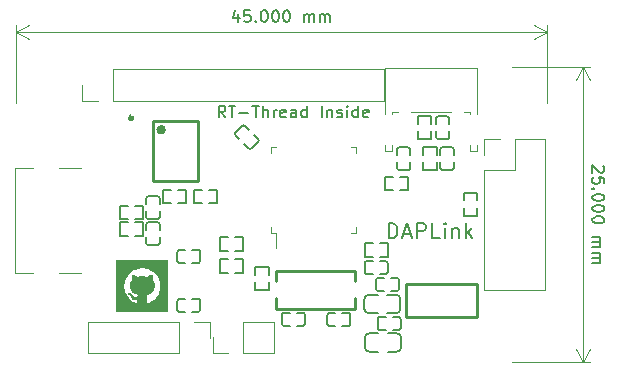
<source format=gbr>
G04 #@! TF.GenerationSoftware,KiCad,Pcbnew,(5.1.4)-1*
G04 #@! TF.CreationDate,2019-11-19T21:39:16+08:00*
G04 #@! TF.ProjectId,dap-stm32f103,6461702d-7374-46d3-9332-663130332e6b,rev?*
G04 #@! TF.SameCoordinates,Original*
G04 #@! TF.FileFunction,Legend,Top*
G04 #@! TF.FilePolarity,Positive*
%FSLAX46Y46*%
G04 Gerber Fmt 4.6, Leading zero omitted, Abs format (unit mm)*
G04 Created by KiCad (PCBNEW (5.1.4)-1) date 2019-11-19 21:39:16*
%MOMM*%
%LPD*%
G04 APERTURE LIST*
%ADD10C,0.150000*%
%ADD11C,0.200000*%
%ADD12C,0.120000*%
%ADD13C,0.010000*%
%ADD14C,0.254000*%
%ADD15C,0.400000*%
%ADD16C,0.300000*%
G04 APERTURE END LIST*
D10*
X163702095Y-88120380D02*
X163368761Y-87644190D01*
X163130666Y-88120380D02*
X163130666Y-87120380D01*
X163511619Y-87120380D01*
X163606857Y-87168000D01*
X163654476Y-87215619D01*
X163702095Y-87310857D01*
X163702095Y-87453714D01*
X163654476Y-87548952D01*
X163606857Y-87596571D01*
X163511619Y-87644190D01*
X163130666Y-87644190D01*
X163987809Y-87120380D02*
X164559238Y-87120380D01*
X164273523Y-88120380D02*
X164273523Y-87120380D01*
X164892571Y-87739428D02*
X165654476Y-87739428D01*
X165987809Y-87120380D02*
X166559238Y-87120380D01*
X166273523Y-88120380D02*
X166273523Y-87120380D01*
X166892571Y-88120380D02*
X166892571Y-87120380D01*
X167321142Y-88120380D02*
X167321142Y-87596571D01*
X167273523Y-87501333D01*
X167178285Y-87453714D01*
X167035428Y-87453714D01*
X166940190Y-87501333D01*
X166892571Y-87548952D01*
X167797333Y-88120380D02*
X167797333Y-87453714D01*
X167797333Y-87644190D02*
X167844952Y-87548952D01*
X167892571Y-87501333D01*
X167987809Y-87453714D01*
X168083047Y-87453714D01*
X168797333Y-88072761D02*
X168702095Y-88120380D01*
X168511619Y-88120380D01*
X168416380Y-88072761D01*
X168368761Y-87977523D01*
X168368761Y-87596571D01*
X168416380Y-87501333D01*
X168511619Y-87453714D01*
X168702095Y-87453714D01*
X168797333Y-87501333D01*
X168844952Y-87596571D01*
X168844952Y-87691809D01*
X168368761Y-87787047D01*
X169702095Y-88120380D02*
X169702095Y-87596571D01*
X169654476Y-87501333D01*
X169559238Y-87453714D01*
X169368761Y-87453714D01*
X169273523Y-87501333D01*
X169702095Y-88072761D02*
X169606857Y-88120380D01*
X169368761Y-88120380D01*
X169273523Y-88072761D01*
X169225904Y-87977523D01*
X169225904Y-87882285D01*
X169273523Y-87787047D01*
X169368761Y-87739428D01*
X169606857Y-87739428D01*
X169702095Y-87691809D01*
X170606857Y-88120380D02*
X170606857Y-87120380D01*
X170606857Y-88072761D02*
X170511619Y-88120380D01*
X170321142Y-88120380D01*
X170225904Y-88072761D01*
X170178285Y-88025142D01*
X170130666Y-87929904D01*
X170130666Y-87644190D01*
X170178285Y-87548952D01*
X170225904Y-87501333D01*
X170321142Y-87453714D01*
X170511619Y-87453714D01*
X170606857Y-87501333D01*
X171844952Y-88120380D02*
X171844952Y-87120380D01*
X172321142Y-87453714D02*
X172321142Y-88120380D01*
X172321142Y-87548952D02*
X172368761Y-87501333D01*
X172464000Y-87453714D01*
X172606857Y-87453714D01*
X172702095Y-87501333D01*
X172749714Y-87596571D01*
X172749714Y-88120380D01*
X173178285Y-88072761D02*
X173273523Y-88120380D01*
X173464000Y-88120380D01*
X173559238Y-88072761D01*
X173606857Y-87977523D01*
X173606857Y-87929904D01*
X173559238Y-87834666D01*
X173464000Y-87787047D01*
X173321142Y-87787047D01*
X173225904Y-87739428D01*
X173178285Y-87644190D01*
X173178285Y-87596571D01*
X173225904Y-87501333D01*
X173321142Y-87453714D01*
X173464000Y-87453714D01*
X173559238Y-87501333D01*
X174035428Y-88120380D02*
X174035428Y-87453714D01*
X174035428Y-87120380D02*
X173987809Y-87168000D01*
X174035428Y-87215619D01*
X174083047Y-87168000D01*
X174035428Y-87120380D01*
X174035428Y-87215619D01*
X174940190Y-88120380D02*
X174940190Y-87120380D01*
X174940190Y-88072761D02*
X174844952Y-88120380D01*
X174654476Y-88120380D01*
X174559238Y-88072761D01*
X174511619Y-88025142D01*
X174464000Y-87929904D01*
X174464000Y-87644190D01*
X174511619Y-87548952D01*
X174559238Y-87501333D01*
X174654476Y-87453714D01*
X174844952Y-87453714D01*
X174940190Y-87501333D01*
X175797333Y-88072761D02*
X175702095Y-88120380D01*
X175511619Y-88120380D01*
X175416380Y-88072761D01*
X175368761Y-87977523D01*
X175368761Y-87596571D01*
X175416380Y-87501333D01*
X175511619Y-87453714D01*
X175702095Y-87453714D01*
X175797333Y-87501333D01*
X175844952Y-87596571D01*
X175844952Y-87691809D01*
X175368761Y-87787047D01*
D11*
X177522380Y-98361095D02*
X177522380Y-97061095D01*
X177831904Y-97061095D01*
X178017619Y-97123000D01*
X178141428Y-97246809D01*
X178203333Y-97370619D01*
X178265238Y-97618238D01*
X178265238Y-97803952D01*
X178203333Y-98051571D01*
X178141428Y-98175380D01*
X178017619Y-98299190D01*
X177831904Y-98361095D01*
X177522380Y-98361095D01*
X178760476Y-97989666D02*
X179379523Y-97989666D01*
X178636666Y-98361095D02*
X179070000Y-97061095D01*
X179503333Y-98361095D01*
X179936666Y-98361095D02*
X179936666Y-97061095D01*
X180431904Y-97061095D01*
X180555714Y-97123000D01*
X180617619Y-97184904D01*
X180679523Y-97308714D01*
X180679523Y-97494428D01*
X180617619Y-97618238D01*
X180555714Y-97680142D01*
X180431904Y-97742047D01*
X179936666Y-97742047D01*
X181855714Y-98361095D02*
X181236666Y-98361095D01*
X181236666Y-97061095D01*
X182289047Y-98361095D02*
X182289047Y-97494428D01*
X182289047Y-97061095D02*
X182227142Y-97123000D01*
X182289047Y-97184904D01*
X182350952Y-97123000D01*
X182289047Y-97061095D01*
X182289047Y-97184904D01*
X182908095Y-97494428D02*
X182908095Y-98361095D01*
X182908095Y-97618238D02*
X182970000Y-97556333D01*
X183093809Y-97494428D01*
X183279523Y-97494428D01*
X183403333Y-97556333D01*
X183465238Y-97680142D01*
X183465238Y-98361095D01*
X184084285Y-98361095D02*
X184084285Y-97061095D01*
X184208095Y-97865857D02*
X184579523Y-98361095D01*
X184579523Y-97494428D02*
X184084285Y-97989666D01*
D10*
X195686380Y-92225142D02*
X195734000Y-92272761D01*
X195781619Y-92368000D01*
X195781619Y-92606095D01*
X195734000Y-92701333D01*
X195686380Y-92748952D01*
X195591142Y-92796571D01*
X195495904Y-92796571D01*
X195353047Y-92748952D01*
X194781619Y-92177523D01*
X194781619Y-92796571D01*
X195781619Y-93701333D02*
X195781619Y-93225142D01*
X195305428Y-93177523D01*
X195353047Y-93225142D01*
X195400666Y-93320380D01*
X195400666Y-93558476D01*
X195353047Y-93653714D01*
X195305428Y-93701333D01*
X195210190Y-93748952D01*
X194972095Y-93748952D01*
X194876857Y-93701333D01*
X194829238Y-93653714D01*
X194781619Y-93558476D01*
X194781619Y-93320380D01*
X194829238Y-93225142D01*
X194876857Y-93177523D01*
X194876857Y-94177523D02*
X194829238Y-94225142D01*
X194781619Y-94177523D01*
X194829238Y-94129904D01*
X194876857Y-94177523D01*
X194781619Y-94177523D01*
X195781619Y-94844190D02*
X195781619Y-94939428D01*
X195734000Y-95034666D01*
X195686380Y-95082285D01*
X195591142Y-95129904D01*
X195400666Y-95177523D01*
X195162571Y-95177523D01*
X194972095Y-95129904D01*
X194876857Y-95082285D01*
X194829238Y-95034666D01*
X194781619Y-94939428D01*
X194781619Y-94844190D01*
X194829238Y-94748952D01*
X194876857Y-94701333D01*
X194972095Y-94653714D01*
X195162571Y-94606095D01*
X195400666Y-94606095D01*
X195591142Y-94653714D01*
X195686380Y-94701333D01*
X195734000Y-94748952D01*
X195781619Y-94844190D01*
X195781619Y-95796571D02*
X195781619Y-95891809D01*
X195734000Y-95987047D01*
X195686380Y-96034666D01*
X195591142Y-96082285D01*
X195400666Y-96129904D01*
X195162571Y-96129904D01*
X194972095Y-96082285D01*
X194876857Y-96034666D01*
X194829238Y-95987047D01*
X194781619Y-95891809D01*
X194781619Y-95796571D01*
X194829238Y-95701333D01*
X194876857Y-95653714D01*
X194972095Y-95606095D01*
X195162571Y-95558476D01*
X195400666Y-95558476D01*
X195591142Y-95606095D01*
X195686380Y-95653714D01*
X195734000Y-95701333D01*
X195781619Y-95796571D01*
X195781619Y-96748952D02*
X195781619Y-96844190D01*
X195734000Y-96939428D01*
X195686380Y-96987047D01*
X195591142Y-97034666D01*
X195400666Y-97082285D01*
X195162571Y-97082285D01*
X194972095Y-97034666D01*
X194876857Y-96987047D01*
X194829238Y-96939428D01*
X194781619Y-96844190D01*
X194781619Y-96748952D01*
X194829238Y-96653714D01*
X194876857Y-96606095D01*
X194972095Y-96558476D01*
X195162571Y-96510857D01*
X195400666Y-96510857D01*
X195591142Y-96558476D01*
X195686380Y-96606095D01*
X195734000Y-96653714D01*
X195781619Y-96748952D01*
X194781619Y-98272761D02*
X195448285Y-98272761D01*
X195353047Y-98272761D02*
X195400666Y-98320380D01*
X195448285Y-98415619D01*
X195448285Y-98558476D01*
X195400666Y-98653714D01*
X195305428Y-98701333D01*
X194781619Y-98701333D01*
X195305428Y-98701333D02*
X195400666Y-98748952D01*
X195448285Y-98844190D01*
X195448285Y-98987047D01*
X195400666Y-99082285D01*
X195305428Y-99129904D01*
X194781619Y-99129904D01*
X194781619Y-99606095D02*
X195448285Y-99606095D01*
X195353047Y-99606095D02*
X195400666Y-99653714D01*
X195448285Y-99748952D01*
X195448285Y-99891809D01*
X195400666Y-99987047D01*
X195305428Y-100034666D01*
X194781619Y-100034666D01*
X195305428Y-100034666D02*
X195400666Y-100082285D01*
X195448285Y-100177523D01*
X195448285Y-100320380D01*
X195400666Y-100415619D01*
X195305428Y-100463238D01*
X194781619Y-100463238D01*
D12*
X193964000Y-83868000D02*
X193964000Y-108868000D01*
X187964000Y-83868000D02*
X194550421Y-83868000D01*
X187964000Y-108868000D02*
X194550421Y-108868000D01*
X193964000Y-108868000D02*
X193377579Y-107741496D01*
X193964000Y-108868000D02*
X194550421Y-107741496D01*
X193964000Y-83868000D02*
X193377579Y-84994504D01*
X193964000Y-83868000D02*
X194550421Y-84994504D01*
D10*
X164797333Y-79383714D02*
X164797333Y-80050380D01*
X164559238Y-79002761D02*
X164321142Y-79717047D01*
X164940190Y-79717047D01*
X165797333Y-79050380D02*
X165321142Y-79050380D01*
X165273523Y-79526571D01*
X165321142Y-79478952D01*
X165416380Y-79431333D01*
X165654476Y-79431333D01*
X165749714Y-79478952D01*
X165797333Y-79526571D01*
X165844952Y-79621809D01*
X165844952Y-79859904D01*
X165797333Y-79955142D01*
X165749714Y-80002761D01*
X165654476Y-80050380D01*
X165416380Y-80050380D01*
X165321142Y-80002761D01*
X165273523Y-79955142D01*
X166273523Y-79955142D02*
X166321142Y-80002761D01*
X166273523Y-80050380D01*
X166225904Y-80002761D01*
X166273523Y-79955142D01*
X166273523Y-80050380D01*
X166940190Y-79050380D02*
X167035428Y-79050380D01*
X167130666Y-79098000D01*
X167178285Y-79145619D01*
X167225904Y-79240857D01*
X167273523Y-79431333D01*
X167273523Y-79669428D01*
X167225904Y-79859904D01*
X167178285Y-79955142D01*
X167130666Y-80002761D01*
X167035428Y-80050380D01*
X166940190Y-80050380D01*
X166844952Y-80002761D01*
X166797333Y-79955142D01*
X166749714Y-79859904D01*
X166702095Y-79669428D01*
X166702095Y-79431333D01*
X166749714Y-79240857D01*
X166797333Y-79145619D01*
X166844952Y-79098000D01*
X166940190Y-79050380D01*
X167892571Y-79050380D02*
X167987809Y-79050380D01*
X168083047Y-79098000D01*
X168130666Y-79145619D01*
X168178285Y-79240857D01*
X168225904Y-79431333D01*
X168225904Y-79669428D01*
X168178285Y-79859904D01*
X168130666Y-79955142D01*
X168083047Y-80002761D01*
X167987809Y-80050380D01*
X167892571Y-80050380D01*
X167797333Y-80002761D01*
X167749714Y-79955142D01*
X167702095Y-79859904D01*
X167654476Y-79669428D01*
X167654476Y-79431333D01*
X167702095Y-79240857D01*
X167749714Y-79145619D01*
X167797333Y-79098000D01*
X167892571Y-79050380D01*
X168844952Y-79050380D02*
X168940190Y-79050380D01*
X169035428Y-79098000D01*
X169083047Y-79145619D01*
X169130666Y-79240857D01*
X169178285Y-79431333D01*
X169178285Y-79669428D01*
X169130666Y-79859904D01*
X169083047Y-79955142D01*
X169035428Y-80002761D01*
X168940190Y-80050380D01*
X168844952Y-80050380D01*
X168749714Y-80002761D01*
X168702095Y-79955142D01*
X168654476Y-79859904D01*
X168606857Y-79669428D01*
X168606857Y-79431333D01*
X168654476Y-79240857D01*
X168702095Y-79145619D01*
X168749714Y-79098000D01*
X168844952Y-79050380D01*
X170368761Y-80050380D02*
X170368761Y-79383714D01*
X170368761Y-79478952D02*
X170416380Y-79431333D01*
X170511619Y-79383714D01*
X170654476Y-79383714D01*
X170749714Y-79431333D01*
X170797333Y-79526571D01*
X170797333Y-80050380D01*
X170797333Y-79526571D02*
X170844952Y-79431333D01*
X170940190Y-79383714D01*
X171083047Y-79383714D01*
X171178285Y-79431333D01*
X171225904Y-79526571D01*
X171225904Y-80050380D01*
X171702095Y-80050380D02*
X171702095Y-79383714D01*
X171702095Y-79478952D02*
X171749714Y-79431333D01*
X171844952Y-79383714D01*
X171987809Y-79383714D01*
X172083047Y-79431333D01*
X172130666Y-79526571D01*
X172130666Y-80050380D01*
X172130666Y-79526571D02*
X172178285Y-79431333D01*
X172273523Y-79383714D01*
X172416380Y-79383714D01*
X172511619Y-79431333D01*
X172559238Y-79526571D01*
X172559238Y-80050380D01*
D12*
X145964000Y-80868000D02*
X190964000Y-80868000D01*
X145964000Y-86868000D02*
X145964000Y-80281579D01*
X190964000Y-86868000D02*
X190964000Y-80281579D01*
X190964000Y-80868000D02*
X189837496Y-81454421D01*
X190964000Y-80868000D02*
X189837496Y-80281579D01*
X145964000Y-80868000D02*
X147090504Y-81454421D01*
X145964000Y-80868000D02*
X147090504Y-80281579D01*
D13*
G36*
X158803467Y-104512467D02*
G01*
X154468534Y-104512467D01*
X154468534Y-102366022D01*
X155062888Y-102366022D01*
X155069340Y-102529522D01*
X155092332Y-102694604D01*
X155095976Y-102713300D01*
X155134724Y-102863712D01*
X155189535Y-103009807D01*
X155259877Y-103150623D01*
X155345215Y-103285200D01*
X155445018Y-103412579D01*
X155540950Y-103514597D01*
X155659547Y-103620288D01*
X155784638Y-103711482D01*
X155915199Y-103787534D01*
X156050206Y-103847800D01*
X156097445Y-103864750D01*
X156144324Y-103877614D01*
X156180187Y-103880227D01*
X156207627Y-103872415D01*
X156227483Y-103856075D01*
X156234144Y-103847685D01*
X156239039Y-103838334D01*
X156242441Y-103825443D01*
X156244621Y-103806435D01*
X156245848Y-103778731D01*
X156246395Y-103739753D01*
X156246532Y-103686923D01*
X156246533Y-103674781D01*
X156246533Y-103515372D01*
X156138583Y-103519681D01*
X156091001Y-103520655D01*
X156043415Y-103520040D01*
X156001647Y-103517999D01*
X155973777Y-103515069D01*
X155897285Y-103495922D01*
X155832105Y-103464197D01*
X155778078Y-103419769D01*
X155735041Y-103362515D01*
X155709894Y-103311116D01*
X155676766Y-103242693D01*
X155635871Y-103180860D01*
X155589959Y-103129321D01*
X155551798Y-103098215D01*
X155514535Y-103069650D01*
X155492469Y-103045293D01*
X155485621Y-103025775D01*
X155494013Y-103011729D01*
X155517667Y-103003785D01*
X155548436Y-103002266D01*
X155602896Y-103011441D01*
X155658064Y-103035063D01*
X155710856Y-103071078D01*
X155758190Y-103117430D01*
X155792978Y-103165298D01*
X155827456Y-103213045D01*
X155869284Y-103257011D01*
X155913857Y-103292832D01*
X155948361Y-103312671D01*
X155984928Y-103323543D01*
X156032177Y-103329332D01*
X156084624Y-103330010D01*
X156136789Y-103325546D01*
X156183190Y-103315910D01*
X156189392Y-103313991D01*
X156221090Y-103302851D01*
X156240295Y-103292626D01*
X156250840Y-103279725D01*
X156256555Y-103260557D01*
X156258532Y-103249180D01*
X156269372Y-103209789D01*
X156288248Y-103166579D01*
X156311460Y-103127118D01*
X156328918Y-103105134D01*
X156340406Y-103092022D01*
X156343302Y-103083400D01*
X156335533Y-103077734D01*
X156315023Y-103073486D01*
X156280400Y-103069201D01*
X156196496Y-103054618D01*
X156109425Y-103030484D01*
X156024519Y-102998724D01*
X155947110Y-102961263D01*
X155897853Y-102931048D01*
X155828187Y-102872944D01*
X155768511Y-102801786D01*
X155719280Y-102718514D01*
X155680949Y-102624067D01*
X155653974Y-102519385D01*
X155638810Y-102405408D01*
X155638039Y-102394706D01*
X155635888Y-102289495D01*
X155644560Y-102195274D01*
X155664276Y-102109831D01*
X155667619Y-102099381D01*
X155682490Y-102061327D01*
X155702597Y-102019258D01*
X155725536Y-101977371D01*
X155748900Y-101939866D01*
X155770286Y-101910942D01*
X155783066Y-101897823D01*
X155790940Y-101889257D01*
X155792030Y-101878244D01*
X155786398Y-101859038D01*
X155783567Y-101851256D01*
X155777406Y-101827123D01*
X155771780Y-101791908D01*
X155767534Y-101751460D01*
X155766168Y-101730627D01*
X155765146Y-101669775D01*
X155769503Y-101615759D01*
X155780226Y-101560994D01*
X155795173Y-101507898D01*
X155809226Y-101462430D01*
X155869130Y-101466701D01*
X155915225Y-101474360D01*
X155971012Y-101490627D01*
X156032611Y-101513978D01*
X156096146Y-101542892D01*
X156157736Y-101575847D01*
X156177678Y-101587785D01*
X156241758Y-101627330D01*
X156318229Y-101609766D01*
X156452537Y-101586600D01*
X156593572Y-101576648D01*
X156737503Y-101579888D01*
X156880502Y-101596293D01*
X156971079Y-101613991D01*
X157030991Y-101627736D01*
X157079020Y-101597013D01*
X157138878Y-101561393D01*
X157199363Y-101530266D01*
X157258411Y-101504277D01*
X157313956Y-101484071D01*
X157363934Y-101470297D01*
X157406278Y-101463599D01*
X157438926Y-101464623D01*
X157459810Y-101474017D01*
X157462445Y-101477027D01*
X157472068Y-101497286D01*
X157482027Y-101530091D01*
X157491460Y-101571095D01*
X157499505Y-101615953D01*
X157505298Y-101660319D01*
X157507980Y-101699848D01*
X157508067Y-101706998D01*
X157505491Y-101754758D01*
X157498654Y-101803095D01*
X157492659Y-101829432D01*
X157477251Y-101884998D01*
X157501617Y-101913916D01*
X157545843Y-101975789D01*
X157584472Y-102048414D01*
X157606872Y-102103781D01*
X157615312Y-102128462D01*
X157621473Y-102149724D01*
X157625700Y-102170899D01*
X157628340Y-102195322D01*
X157629739Y-102226323D01*
X157630244Y-102267238D01*
X157630200Y-102321397D01*
X157630177Y-102328067D01*
X157629769Y-102385720D01*
X157628762Y-102430206D01*
X157626794Y-102465291D01*
X157623505Y-102494740D01*
X157618535Y-102522318D01*
X157611524Y-102551791D01*
X157607175Y-102568281D01*
X157592842Y-102615071D01*
X157574414Y-102666216D01*
X157555212Y-102712687D01*
X157549535Y-102724915D01*
X157504872Y-102798713D01*
X157445870Y-102866076D01*
X157374266Y-102925893D01*
X157291795Y-102977058D01*
X157200191Y-103018462D01*
X157101190Y-103048998D01*
X157017000Y-103064971D01*
X156975341Y-103070807D01*
X156948296Y-103075407D01*
X156933736Y-103080043D01*
X156929527Y-103085987D01*
X156933541Y-103094514D01*
X156943644Y-103106895D01*
X156944700Y-103108148D01*
X156964662Y-103133532D01*
X156981083Y-103159047D01*
X156994300Y-103186620D01*
X157004647Y-103218176D01*
X157012463Y-103255643D01*
X157018083Y-103300948D01*
X157021843Y-103356016D01*
X157024081Y-103422776D01*
X157025131Y-103503152D01*
X157025342Y-103570078D01*
X157025399Y-103643835D01*
X157025579Y-103702560D01*
X157026014Y-103748156D01*
X157026835Y-103782525D01*
X157028173Y-103807568D01*
X157030159Y-103825187D01*
X157032923Y-103837285D01*
X157036598Y-103845763D01*
X157041314Y-103852524D01*
X157045120Y-103857038D01*
X157065479Y-103873060D01*
X157092378Y-103879828D01*
X157127750Y-103877243D01*
X157173527Y-103865208D01*
X157220361Y-103848150D01*
X157364868Y-103781982D01*
X157501567Y-103701047D01*
X157629744Y-103605953D01*
X157748684Y-103497307D01*
X157857672Y-103375720D01*
X157955994Y-103241798D01*
X157984263Y-103197766D01*
X158057768Y-103063686D01*
X158116799Y-102922246D01*
X158161277Y-102775004D01*
X158191122Y-102623519D01*
X158206254Y-102469351D01*
X158206593Y-102314060D01*
X158192058Y-102159204D01*
X158162571Y-102006343D01*
X158118050Y-101857035D01*
X158060238Y-101716681D01*
X157983682Y-101574085D01*
X157893818Y-101441150D01*
X157791637Y-101318691D01*
X157678131Y-101207525D01*
X157554291Y-101108470D01*
X157421109Y-101022343D01*
X157279575Y-100949960D01*
X157130680Y-100892138D01*
X157021234Y-100860420D01*
X156959390Y-100845755D01*
X156904034Y-100834745D01*
X156850840Y-100826923D01*
X156795479Y-100821821D01*
X156733625Y-100818971D01*
X156660951Y-100817905D01*
X156627534Y-100817875D01*
X156559737Y-100818389D01*
X156504864Y-100819820D01*
X156458917Y-100822439D01*
X156417899Y-100826517D01*
X156377812Y-100832324D01*
X156354655Y-100836365D01*
X156203590Y-100872235D01*
X156055610Y-100923554D01*
X155912675Y-100989224D01*
X155776740Y-101068150D01*
X155649765Y-101159234D01*
X155533705Y-101261378D01*
X155462020Y-101336593D01*
X155358965Y-101465431D01*
X155270882Y-101601746D01*
X155197996Y-101744698D01*
X155140529Y-101893443D01*
X155098706Y-102047141D01*
X155072751Y-102204948D01*
X155062888Y-102366022D01*
X154468534Y-102366022D01*
X154468534Y-100177534D01*
X158803467Y-100177534D01*
X158803467Y-104512467D01*
X158803467Y-104512467D01*
G37*
X158803467Y-104512467D02*
X154468534Y-104512467D01*
X154468534Y-102366022D01*
X155062888Y-102366022D01*
X155069340Y-102529522D01*
X155092332Y-102694604D01*
X155095976Y-102713300D01*
X155134724Y-102863712D01*
X155189535Y-103009807D01*
X155259877Y-103150623D01*
X155345215Y-103285200D01*
X155445018Y-103412579D01*
X155540950Y-103514597D01*
X155659547Y-103620288D01*
X155784638Y-103711482D01*
X155915199Y-103787534D01*
X156050206Y-103847800D01*
X156097445Y-103864750D01*
X156144324Y-103877614D01*
X156180187Y-103880227D01*
X156207627Y-103872415D01*
X156227483Y-103856075D01*
X156234144Y-103847685D01*
X156239039Y-103838334D01*
X156242441Y-103825443D01*
X156244621Y-103806435D01*
X156245848Y-103778731D01*
X156246395Y-103739753D01*
X156246532Y-103686923D01*
X156246533Y-103674781D01*
X156246533Y-103515372D01*
X156138583Y-103519681D01*
X156091001Y-103520655D01*
X156043415Y-103520040D01*
X156001647Y-103517999D01*
X155973777Y-103515069D01*
X155897285Y-103495922D01*
X155832105Y-103464197D01*
X155778078Y-103419769D01*
X155735041Y-103362515D01*
X155709894Y-103311116D01*
X155676766Y-103242693D01*
X155635871Y-103180860D01*
X155589959Y-103129321D01*
X155551798Y-103098215D01*
X155514535Y-103069650D01*
X155492469Y-103045293D01*
X155485621Y-103025775D01*
X155494013Y-103011729D01*
X155517667Y-103003785D01*
X155548436Y-103002266D01*
X155602896Y-103011441D01*
X155658064Y-103035063D01*
X155710856Y-103071078D01*
X155758190Y-103117430D01*
X155792978Y-103165298D01*
X155827456Y-103213045D01*
X155869284Y-103257011D01*
X155913857Y-103292832D01*
X155948361Y-103312671D01*
X155984928Y-103323543D01*
X156032177Y-103329332D01*
X156084624Y-103330010D01*
X156136789Y-103325546D01*
X156183190Y-103315910D01*
X156189392Y-103313991D01*
X156221090Y-103302851D01*
X156240295Y-103292626D01*
X156250840Y-103279725D01*
X156256555Y-103260557D01*
X156258532Y-103249180D01*
X156269372Y-103209789D01*
X156288248Y-103166579D01*
X156311460Y-103127118D01*
X156328918Y-103105134D01*
X156340406Y-103092022D01*
X156343302Y-103083400D01*
X156335533Y-103077734D01*
X156315023Y-103073486D01*
X156280400Y-103069201D01*
X156196496Y-103054618D01*
X156109425Y-103030484D01*
X156024519Y-102998724D01*
X155947110Y-102961263D01*
X155897853Y-102931048D01*
X155828187Y-102872944D01*
X155768511Y-102801786D01*
X155719280Y-102718514D01*
X155680949Y-102624067D01*
X155653974Y-102519385D01*
X155638810Y-102405408D01*
X155638039Y-102394706D01*
X155635888Y-102289495D01*
X155644560Y-102195274D01*
X155664276Y-102109831D01*
X155667619Y-102099381D01*
X155682490Y-102061327D01*
X155702597Y-102019258D01*
X155725536Y-101977371D01*
X155748900Y-101939866D01*
X155770286Y-101910942D01*
X155783066Y-101897823D01*
X155790940Y-101889257D01*
X155792030Y-101878244D01*
X155786398Y-101859038D01*
X155783567Y-101851256D01*
X155777406Y-101827123D01*
X155771780Y-101791908D01*
X155767534Y-101751460D01*
X155766168Y-101730627D01*
X155765146Y-101669775D01*
X155769503Y-101615759D01*
X155780226Y-101560994D01*
X155795173Y-101507898D01*
X155809226Y-101462430D01*
X155869130Y-101466701D01*
X155915225Y-101474360D01*
X155971012Y-101490627D01*
X156032611Y-101513978D01*
X156096146Y-101542892D01*
X156157736Y-101575847D01*
X156177678Y-101587785D01*
X156241758Y-101627330D01*
X156318229Y-101609766D01*
X156452537Y-101586600D01*
X156593572Y-101576648D01*
X156737503Y-101579888D01*
X156880502Y-101596293D01*
X156971079Y-101613991D01*
X157030991Y-101627736D01*
X157079020Y-101597013D01*
X157138878Y-101561393D01*
X157199363Y-101530266D01*
X157258411Y-101504277D01*
X157313956Y-101484071D01*
X157363934Y-101470297D01*
X157406278Y-101463599D01*
X157438926Y-101464623D01*
X157459810Y-101474017D01*
X157462445Y-101477027D01*
X157472068Y-101497286D01*
X157482027Y-101530091D01*
X157491460Y-101571095D01*
X157499505Y-101615953D01*
X157505298Y-101660319D01*
X157507980Y-101699848D01*
X157508067Y-101706998D01*
X157505491Y-101754758D01*
X157498654Y-101803095D01*
X157492659Y-101829432D01*
X157477251Y-101884998D01*
X157501617Y-101913916D01*
X157545843Y-101975789D01*
X157584472Y-102048414D01*
X157606872Y-102103781D01*
X157615312Y-102128462D01*
X157621473Y-102149724D01*
X157625700Y-102170899D01*
X157628340Y-102195322D01*
X157629739Y-102226323D01*
X157630244Y-102267238D01*
X157630200Y-102321397D01*
X157630177Y-102328067D01*
X157629769Y-102385720D01*
X157628762Y-102430206D01*
X157626794Y-102465291D01*
X157623505Y-102494740D01*
X157618535Y-102522318D01*
X157611524Y-102551791D01*
X157607175Y-102568281D01*
X157592842Y-102615071D01*
X157574414Y-102666216D01*
X157555212Y-102712687D01*
X157549535Y-102724915D01*
X157504872Y-102798713D01*
X157445870Y-102866076D01*
X157374266Y-102925893D01*
X157291795Y-102977058D01*
X157200191Y-103018462D01*
X157101190Y-103048998D01*
X157017000Y-103064971D01*
X156975341Y-103070807D01*
X156948296Y-103075407D01*
X156933736Y-103080043D01*
X156929527Y-103085987D01*
X156933541Y-103094514D01*
X156943644Y-103106895D01*
X156944700Y-103108148D01*
X156964662Y-103133532D01*
X156981083Y-103159047D01*
X156994300Y-103186620D01*
X157004647Y-103218176D01*
X157012463Y-103255643D01*
X157018083Y-103300948D01*
X157021843Y-103356016D01*
X157024081Y-103422776D01*
X157025131Y-103503152D01*
X157025342Y-103570078D01*
X157025399Y-103643835D01*
X157025579Y-103702560D01*
X157026014Y-103748156D01*
X157026835Y-103782525D01*
X157028173Y-103807568D01*
X157030159Y-103825187D01*
X157032923Y-103837285D01*
X157036598Y-103845763D01*
X157041314Y-103852524D01*
X157045120Y-103857038D01*
X157065479Y-103873060D01*
X157092378Y-103879828D01*
X157127750Y-103877243D01*
X157173527Y-103865208D01*
X157220361Y-103848150D01*
X157364868Y-103781982D01*
X157501567Y-103701047D01*
X157629744Y-103605953D01*
X157748684Y-103497307D01*
X157857672Y-103375720D01*
X157955994Y-103241798D01*
X157984263Y-103197766D01*
X158057768Y-103063686D01*
X158116799Y-102922246D01*
X158161277Y-102775004D01*
X158191122Y-102623519D01*
X158206254Y-102469351D01*
X158206593Y-102314060D01*
X158192058Y-102159204D01*
X158162571Y-102006343D01*
X158118050Y-101857035D01*
X158060238Y-101716681D01*
X157983682Y-101574085D01*
X157893818Y-101441150D01*
X157791637Y-101318691D01*
X157678131Y-101207525D01*
X157554291Y-101108470D01*
X157421109Y-101022343D01*
X157279575Y-100949960D01*
X157130680Y-100892138D01*
X157021234Y-100860420D01*
X156959390Y-100845755D01*
X156904034Y-100834745D01*
X156850840Y-100826923D01*
X156795479Y-100821821D01*
X156733625Y-100818971D01*
X156660951Y-100817905D01*
X156627534Y-100817875D01*
X156559737Y-100818389D01*
X156504864Y-100819820D01*
X156458917Y-100822439D01*
X156417899Y-100826517D01*
X156377812Y-100832324D01*
X156354655Y-100836365D01*
X156203590Y-100872235D01*
X156055610Y-100923554D01*
X155912675Y-100989224D01*
X155776740Y-101068150D01*
X155649765Y-101159234D01*
X155533705Y-101261378D01*
X155462020Y-101336593D01*
X155358965Y-101465431D01*
X155270882Y-101601746D01*
X155197996Y-101744698D01*
X155140529Y-101893443D01*
X155098706Y-102047141D01*
X155072751Y-102204948D01*
X155062888Y-102366022D01*
X154468534Y-102366022D01*
X154468534Y-100177534D01*
X158803467Y-100177534D01*
X158803467Y-104512467D01*
D11*
X178538990Y-105213000D02*
X178538990Y-105923000D01*
X178314000Y-104993000D02*
X177863990Y-104993000D01*
X178314000Y-106143000D02*
X177864000Y-106143000D01*
X177264000Y-104993000D02*
X176814000Y-104993000D01*
X177264000Y-106143000D02*
X176814000Y-106143000D01*
X176589000Y-105213000D02*
X176589000Y-105923000D01*
X178319000Y-104993000D02*
G75*
G02X178539000Y-105213000I0J-220000D01*
G01*
X178539000Y-105923000D02*
G75*
G02X178319000Y-106143000I-220000J0D01*
G01*
X176589000Y-105213000D02*
G75*
G02X176809000Y-104993000I220000J0D01*
G01*
X176809000Y-106143000D02*
G75*
G02X176589000Y-105923000I0J220000D01*
G01*
D12*
X162364000Y-105428000D02*
X162364000Y-106758000D01*
X161034000Y-105428000D02*
X162364000Y-105428000D01*
X159764000Y-105428000D02*
X159764000Y-108088000D01*
X159764000Y-108088000D02*
X152084000Y-108088000D01*
X159764000Y-105428000D02*
X152084000Y-105428000D01*
X152084000Y-105428000D02*
X152084000Y-108088000D01*
X179414000Y-87638000D02*
X182814000Y-87638000D01*
X177774000Y-87638000D02*
X178314000Y-87638000D01*
X184974000Y-90468000D02*
X184974000Y-90978000D01*
X184454000Y-90978000D02*
X184974000Y-90978000D01*
X184454000Y-90468000D02*
X184454000Y-90978000D01*
X183914000Y-87638000D02*
X184454000Y-87638000D01*
X177254000Y-90468000D02*
X177254000Y-90978000D01*
X177774000Y-90468000D02*
X177774000Y-90978000D01*
X184454000Y-87638000D02*
X184454000Y-87868000D01*
X177254000Y-83968000D02*
X177254000Y-87868000D01*
X177254000Y-90978000D02*
X177774000Y-90978000D01*
X184974000Y-83968000D02*
X184974000Y-87868000D01*
X177254000Y-83968000D02*
X184974000Y-83968000D01*
X177774000Y-87638000D02*
X177774000Y-87868000D01*
D11*
X162304000Y-95383000D02*
X162979000Y-95383000D01*
X161029000Y-95383000D02*
X161704000Y-95383000D01*
X162304000Y-94233000D02*
X162979000Y-94233000D01*
X161029000Y-94233000D02*
X161704000Y-94233000D01*
X162979000Y-95383000D02*
X162979000Y-94233000D01*
X161029000Y-95383000D02*
X161029000Y-94233000D01*
X164524000Y-99403000D02*
X165199000Y-99403000D01*
X163249000Y-99403000D02*
X163924000Y-99403000D01*
X164524000Y-98253000D02*
X165199000Y-98253000D01*
X163249000Y-98253000D02*
X163924000Y-98253000D01*
X165199000Y-99403000D02*
X165199000Y-98253000D01*
X163249000Y-99403000D02*
X163249000Y-98253000D01*
X159704000Y-95383000D02*
X160379000Y-95383000D01*
X158429000Y-95383000D02*
X159104000Y-95383000D01*
X159704000Y-94233000D02*
X160379000Y-94233000D01*
X158429000Y-94233000D02*
X159104000Y-94233000D01*
X160379000Y-95383000D02*
X160379000Y-94233000D01*
X158429000Y-95383000D02*
X158429000Y-94233000D01*
X181139000Y-88698000D02*
X181139000Y-88023000D01*
X181139000Y-89973000D02*
X181139000Y-89298000D01*
X179989000Y-88698000D02*
X179989000Y-88023000D01*
X179989000Y-89973000D02*
X179989000Y-89298000D01*
X181139000Y-88023000D02*
X179989000Y-88023000D01*
X181139000Y-89973000D02*
X179989000Y-89973000D01*
D12*
X162634000Y-108068000D02*
X162634000Y-106738000D01*
X163964000Y-108068000D02*
X162634000Y-108068000D01*
X165234000Y-108068000D02*
X165234000Y-105408000D01*
X165234000Y-105408000D02*
X167834000Y-105408000D01*
X165234000Y-108068000D02*
X167834000Y-108068000D01*
X167834000Y-108068000D02*
X167834000Y-105408000D01*
X151574000Y-86698000D02*
X151574000Y-85368000D01*
X152904000Y-86698000D02*
X151574000Y-86698000D01*
X154174000Y-86698000D02*
X154174000Y-84038000D01*
X154174000Y-84038000D02*
X177094000Y-84038000D01*
X154174000Y-86698000D02*
X177094000Y-86698000D01*
X177094000Y-86698000D02*
X177094000Y-84038000D01*
D14*
X174669000Y-104308000D02*
X168019000Y-104308000D01*
X174669000Y-103408000D02*
X174669000Y-104308000D01*
X168019000Y-103408000D02*
X168019000Y-104308000D01*
X174669000Y-101108000D02*
X174669000Y-102008000D01*
X168019000Y-101108000D02*
X168019000Y-102008000D01*
X174669000Y-101108000D02*
X168019000Y-101108000D01*
X178994000Y-104988000D02*
X184994000Y-104988000D01*
X178994000Y-102188000D02*
X178994000Y-104988000D01*
X178994000Y-102188000D02*
X184994000Y-102188000D01*
X184994000Y-102188000D02*
X184994000Y-104988000D01*
D12*
X168034000Y-97868000D02*
X168034000Y-99158000D01*
X167584000Y-97868000D02*
X168034000Y-97868000D01*
X167584000Y-97418000D02*
X167584000Y-97868000D01*
X167584000Y-90648000D02*
X168034000Y-90648000D01*
X167584000Y-91098000D02*
X167584000Y-90648000D01*
X174804000Y-97868000D02*
X174354000Y-97868000D01*
X174804000Y-97418000D02*
X174804000Y-97868000D01*
X174804000Y-90648000D02*
X174354000Y-90648000D01*
X174804000Y-91098000D02*
X174804000Y-90648000D01*
D14*
X157564000Y-88468000D02*
X157564000Y-93468000D01*
X161364000Y-88468000D02*
X161364000Y-93468000D01*
X157564000Y-88468000D02*
X161364000Y-88468000D01*
X157564000Y-93468000D02*
X161364000Y-93468000D01*
D15*
X158464000Y-89168000D02*
G75*
G03X158464000Y-89168000I-200000J0D01*
G01*
D16*
X155864000Y-88170500D02*
G75*
G03X155864000Y-88170500I-150000J0D01*
G01*
D11*
X155464000Y-95593000D02*
X154789000Y-95593000D01*
X156739000Y-95593000D02*
X156064000Y-95593000D01*
X155464000Y-96743000D02*
X154789000Y-96743000D01*
X156739000Y-96743000D02*
X156064000Y-96743000D01*
X154789000Y-95593000D02*
X154789000Y-96743000D01*
X156739000Y-95593000D02*
X156739000Y-96743000D01*
X155464000Y-96993000D02*
X154789000Y-96993000D01*
X156739000Y-96993000D02*
X156064000Y-96993000D01*
X155464000Y-98143000D02*
X154789000Y-98143000D01*
X156739000Y-98143000D02*
X156064000Y-98143000D01*
X154789000Y-96993000D02*
X154789000Y-98143000D01*
X156739000Y-96993000D02*
X156739000Y-98143000D01*
X185019000Y-95158000D02*
X185019000Y-94483000D01*
X185019000Y-96433000D02*
X185019000Y-95758000D01*
X183869000Y-95158000D02*
X183869000Y-94483000D01*
X183869000Y-96433000D02*
X183869000Y-95758000D01*
X185019000Y-94483000D02*
X183869000Y-94483000D01*
X185019000Y-96433000D02*
X183869000Y-96433000D01*
X176164000Y-98793000D02*
X175489000Y-98793000D01*
X177439000Y-98793000D02*
X176764000Y-98793000D01*
X176164000Y-99943000D02*
X175489000Y-99943000D01*
X177439000Y-99943000D02*
X176764000Y-99943000D01*
X175489000Y-98793000D02*
X175489000Y-99943000D01*
X177439000Y-98793000D02*
X177439000Y-99943000D01*
X167379000Y-101488000D02*
X167379000Y-100813000D01*
X167379000Y-102763000D02*
X167379000Y-102088000D01*
X166229000Y-101488000D02*
X166229000Y-100813000D01*
X166229000Y-102763000D02*
X166229000Y-102088000D01*
X167379000Y-100813000D02*
X166229000Y-100813000D01*
X167379000Y-102763000D02*
X166229000Y-102763000D01*
X164524000Y-101283000D02*
X165199000Y-101283000D01*
X163249000Y-101283000D02*
X163924000Y-101283000D01*
X164524000Y-100133000D02*
X165199000Y-100133000D01*
X163249000Y-100133000D02*
X163924000Y-100133000D01*
X165199000Y-101283000D02*
X165199000Y-100133000D01*
X163249000Y-101283000D02*
X163249000Y-100133000D01*
X178504000Y-94283000D02*
X179179000Y-94283000D01*
X177229000Y-94283000D02*
X177904000Y-94283000D01*
X178504000Y-93133000D02*
X179179000Y-93133000D01*
X177229000Y-93133000D02*
X177904000Y-93133000D01*
X179179000Y-94283000D02*
X179179000Y-93133000D01*
X177229000Y-94283000D02*
X177229000Y-93133000D01*
X180439000Y-91928000D02*
X180439000Y-92603000D01*
X180439000Y-90653000D02*
X180439000Y-91328000D01*
X181589000Y-91928000D02*
X181589000Y-92603000D01*
X181589000Y-90653000D02*
X181589000Y-91328000D01*
X180439000Y-92603000D02*
X181589000Y-92603000D01*
X180439000Y-90653000D02*
X181589000Y-90653000D01*
D12*
X185594000Y-89958000D02*
X186924000Y-89958000D01*
X185594000Y-91288000D02*
X185594000Y-89958000D01*
X188194000Y-89958000D02*
X190794000Y-89958000D01*
X188194000Y-92558000D02*
X188194000Y-89958000D01*
X185594000Y-92558000D02*
X188194000Y-92558000D01*
X190794000Y-89958000D02*
X190794000Y-102778000D01*
X185594000Y-92558000D02*
X185594000Y-102778000D01*
X185594000Y-102778000D02*
X190794000Y-102778000D01*
X151444000Y-92398000D02*
X149644000Y-92398000D01*
X145934000Y-92398000D02*
X147394000Y-92398000D01*
X145934000Y-101338000D02*
X147394000Y-101338000D01*
X151444000Y-101338000D02*
X149644000Y-101338000D01*
X145934000Y-101338000D02*
X145934000Y-92398000D01*
D11*
X161578990Y-99543000D02*
X161578990Y-100253000D01*
X161354000Y-99323000D02*
X160903990Y-99323000D01*
X161354000Y-100473000D02*
X160904000Y-100473000D01*
X160304000Y-99323000D02*
X159854000Y-99323000D01*
X160304000Y-100473000D02*
X159854000Y-100473000D01*
X159629000Y-99543000D02*
X159629000Y-100253000D01*
X161359000Y-99323000D02*
G75*
G02X161579000Y-99543000I0J-220000D01*
G01*
X161579000Y-100253000D02*
G75*
G02X161359000Y-100473000I-220000J0D01*
G01*
X159629000Y-99543000D02*
G75*
G02X159849000Y-99323000I220000J0D01*
G01*
X159849000Y-100473000D02*
G75*
G02X159629000Y-100253000I0J220000D01*
G01*
X182449000Y-89972990D02*
X181739000Y-89972990D01*
X182669000Y-89748000D02*
X182669000Y-89297990D01*
X181519000Y-89748000D02*
X181519000Y-89298000D01*
X182669000Y-88698000D02*
X182669000Y-88248000D01*
X181519000Y-88698000D02*
X181519000Y-88248000D01*
X182449000Y-88023000D02*
X181739000Y-88023000D01*
X182669000Y-89753000D02*
G75*
G02X182449000Y-89973000I-220000J0D01*
G01*
X181739000Y-89973000D02*
G75*
G02X181519000Y-89753000I0J220000D01*
G01*
X182449000Y-88023000D02*
G75*
G02X182669000Y-88243000I0J-220000D01*
G01*
X181519000Y-88243000D02*
G75*
G02X181739000Y-88023000I220000J0D01*
G01*
X178449000Y-90653010D02*
X179159000Y-90653010D01*
X178229000Y-90878000D02*
X178229000Y-91328010D01*
X179379000Y-90878000D02*
X179379000Y-91328000D01*
X178229000Y-91928000D02*
X178229000Y-92378000D01*
X179379000Y-91928000D02*
X179379000Y-92378000D01*
X178449000Y-92603000D02*
X179159000Y-92603000D01*
X178229000Y-90873000D02*
G75*
G02X178449000Y-90653000I220000J0D01*
G01*
X179159000Y-90653000D02*
G75*
G02X179379000Y-90873000I0J-220000D01*
G01*
X178449000Y-92603000D02*
G75*
G02X178229000Y-92383000I0J220000D01*
G01*
X179379000Y-92383000D02*
G75*
G02X179159000Y-92603000I-220000J0D01*
G01*
X178408990Y-101913000D02*
X178408990Y-102623000D01*
X178184000Y-101693000D02*
X177733990Y-101693000D01*
X178184000Y-102843000D02*
X177734000Y-102843000D01*
X177134000Y-101693000D02*
X176684000Y-101693000D01*
X177134000Y-102843000D02*
X176684000Y-102843000D01*
X176459000Y-101913000D02*
X176459000Y-102623000D01*
X178189000Y-101693000D02*
G75*
G02X178409000Y-101913000I0J-220000D01*
G01*
X178409000Y-102623000D02*
G75*
G02X178189000Y-102843000I-220000J0D01*
G01*
X176459000Y-101913000D02*
G75*
G02X176679000Y-101693000I220000J0D01*
G01*
X176679000Y-102843000D02*
G75*
G02X176459000Y-102623000I0J220000D01*
G01*
X161578990Y-103683000D02*
X161578990Y-104393000D01*
X161354000Y-103463000D02*
X160903990Y-103463000D01*
X161354000Y-104613000D02*
X160904000Y-104613000D01*
X160304000Y-103463000D02*
X159854000Y-103463000D01*
X160304000Y-104613000D02*
X159854000Y-104613000D01*
X159629000Y-103683000D02*
X159629000Y-104393000D01*
X161359000Y-103463000D02*
G75*
G02X161579000Y-103683000I0J-220000D01*
G01*
X161579000Y-104393000D02*
G75*
G02X161359000Y-104613000I-220000J0D01*
G01*
X159629000Y-103683000D02*
G75*
G02X159849000Y-103463000I220000J0D01*
G01*
X159849000Y-104613000D02*
G75*
G02X159629000Y-104393000I0J220000D01*
G01*
X178129000Y-104708000D02*
X177394000Y-104708000D01*
X175459000Y-103528000D02*
X175459000Y-104308000D01*
X178529000Y-103528000D02*
X178529000Y-104308000D01*
X176594000Y-104708000D02*
X175859000Y-104708000D01*
X176594000Y-103128000D02*
X175859000Y-103128000D01*
X178129000Y-103128000D02*
X177394000Y-103128000D01*
X175859000Y-104708000D02*
G75*
G02X175459000Y-104308000I0J400000D01*
G01*
X175459000Y-103528000D02*
G75*
G02X175859000Y-103128000I400000J0D01*
G01*
X178129000Y-103128000D02*
G75*
G02X178529000Y-103528000I0J-400000D01*
G01*
X178529000Y-104308000D02*
G75*
G02X178129000Y-104708000I-400000J0D01*
G01*
X157919000Y-96742990D02*
X157209000Y-96742990D01*
X158139000Y-96518000D02*
X158139000Y-96067990D01*
X156989000Y-96518000D02*
X156989000Y-96068000D01*
X158139000Y-95468000D02*
X158139000Y-95018000D01*
X156989000Y-95468000D02*
X156989000Y-95018000D01*
X157919000Y-94793000D02*
X157209000Y-94793000D01*
X158139000Y-96523000D02*
G75*
G02X157919000Y-96743000I-220000J0D01*
G01*
X157209000Y-96743000D02*
G75*
G02X156989000Y-96523000I0J220000D01*
G01*
X157919000Y-94793000D02*
G75*
G02X158139000Y-95013000I0J-220000D01*
G01*
X156989000Y-95013000D02*
G75*
G02X157209000Y-94793000I220000J0D01*
G01*
X157209000Y-96993010D02*
X157919000Y-96993010D01*
X156989000Y-97218000D02*
X156989000Y-97668010D01*
X158139000Y-97218000D02*
X158139000Y-97668000D01*
X156989000Y-98268000D02*
X156989000Y-98718000D01*
X158139000Y-98268000D02*
X158139000Y-98718000D01*
X157209000Y-98943000D02*
X157919000Y-98943000D01*
X156989000Y-97213000D02*
G75*
G02X157209000Y-96993000I220000J0D01*
G01*
X157919000Y-96993000D02*
G75*
G02X158139000Y-97213000I0J-220000D01*
G01*
X157209000Y-98943000D02*
G75*
G02X156989000Y-98723000I0J220000D01*
G01*
X158139000Y-98723000D02*
G75*
G02X157919000Y-98943000I-220000J0D01*
G01*
X178189000Y-107968000D02*
X177454000Y-107968000D01*
X175519000Y-106788000D02*
X175519000Y-107568000D01*
X178589000Y-106788000D02*
X178589000Y-107568000D01*
X176654000Y-107968000D02*
X175919000Y-107968000D01*
X176654000Y-106388000D02*
X175919000Y-106388000D01*
X178189000Y-106388000D02*
X177454000Y-106388000D01*
X175919000Y-107968000D02*
G75*
G02X175519000Y-107568000I0J400000D01*
G01*
X175519000Y-106788000D02*
G75*
G02X175919000Y-106388000I400000J0D01*
G01*
X178189000Y-106388000D02*
G75*
G02X178589000Y-106788000I0J-400000D01*
G01*
X178589000Y-107568000D02*
G75*
G02X178189000Y-107968000I-400000J0D01*
G01*
X164573555Y-89359601D02*
X165075601Y-88857555D01*
X164577084Y-89674256D02*
X164895289Y-89992461D01*
X165390256Y-88861084D02*
X165708454Y-89179282D01*
X165319546Y-90416718D02*
X165637744Y-90734916D01*
X166132718Y-89603546D02*
X166450916Y-89921744D01*
X165952406Y-90738452D02*
X166454452Y-90236406D01*
X164573548Y-89670720D02*
G75*
G02X164573548Y-89359594I155563J155563D01*
G01*
X165075594Y-88857547D02*
G75*
G02X165386721Y-88857548I155563J-155564D01*
G01*
X165952406Y-90738453D02*
G75*
G02X165641279Y-90738452I-155563J155564D01*
G01*
X166454452Y-89925280D02*
G75*
G02X166454452Y-90236406I-155563J-155563D01*
G01*
X177438990Y-100493000D02*
X177438990Y-101203000D01*
X177214000Y-100273000D02*
X176763990Y-100273000D01*
X177214000Y-101423000D02*
X176764000Y-101423000D01*
X176164000Y-100273000D02*
X175714000Y-100273000D01*
X176164000Y-101423000D02*
X175714000Y-101423000D01*
X175489000Y-100493000D02*
X175489000Y-101203000D01*
X177219000Y-100273000D02*
G75*
G02X177439000Y-100493000I0J-220000D01*
G01*
X177439000Y-101203000D02*
G75*
G02X177219000Y-101423000I-220000J0D01*
G01*
X175489000Y-100493000D02*
G75*
G02X175709000Y-100273000I220000J0D01*
G01*
X175709000Y-101423000D02*
G75*
G02X175489000Y-101203000I0J220000D01*
G01*
X182819000Y-92592990D02*
X182109000Y-92592990D01*
X183039000Y-92368000D02*
X183039000Y-91917990D01*
X181889000Y-92368000D02*
X181889000Y-91918000D01*
X183039000Y-91318000D02*
X183039000Y-90868000D01*
X181889000Y-91318000D02*
X181889000Y-90868000D01*
X182819000Y-90643000D02*
X182109000Y-90643000D01*
X183039000Y-92373000D02*
G75*
G02X182819000Y-92593000I-220000J0D01*
G01*
X182109000Y-92593000D02*
G75*
G02X181889000Y-92373000I0J220000D01*
G01*
X182819000Y-90643000D02*
G75*
G02X183039000Y-90863000I0J-220000D01*
G01*
X181889000Y-90863000D02*
G75*
G02X182109000Y-90643000I220000J0D01*
G01*
X168479010Y-105573001D02*
X168479010Y-104863001D01*
X168704000Y-105793001D02*
X169154010Y-105793001D01*
X168704000Y-104643001D02*
X169154000Y-104643001D01*
X169754000Y-105793001D02*
X170204000Y-105793001D01*
X169754000Y-104643001D02*
X170204000Y-104643001D01*
X170429000Y-105573001D02*
X170429000Y-104863001D01*
X168699000Y-105793001D02*
G75*
G02X168479000Y-105573001I0J220000D01*
G01*
X168479000Y-104863001D02*
G75*
G02X168699000Y-104643001I220000J0D01*
G01*
X170429000Y-105573001D02*
G75*
G02X170209000Y-105793001I-220000J0D01*
G01*
X170209000Y-104643001D02*
G75*
G02X170429000Y-104863001I0J-220000D01*
G01*
X174288990Y-104873000D02*
X174288990Y-105583000D01*
X174064000Y-104653000D02*
X173613990Y-104653000D01*
X174064000Y-105803000D02*
X173614000Y-105803000D01*
X173014000Y-104653000D02*
X172564000Y-104653000D01*
X173014000Y-105803000D02*
X172564000Y-105803000D01*
X172339000Y-104873000D02*
X172339000Y-105583000D01*
X174069000Y-104653000D02*
G75*
G02X174289000Y-104873000I0J-220000D01*
G01*
X174289000Y-105583000D02*
G75*
G02X174069000Y-105803000I-220000J0D01*
G01*
X172339000Y-104873000D02*
G75*
G02X172559000Y-104653000I220000J0D01*
G01*
X172559000Y-105803000D02*
G75*
G02X172339000Y-105583000I0J220000D01*
G01*
M02*

</source>
